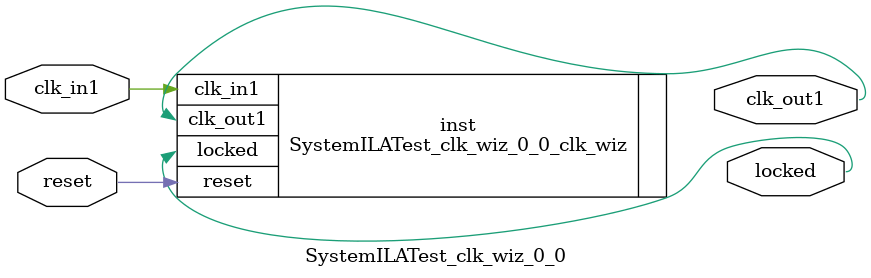
<source format=v>


`timescale 1ps/1ps

(* CORE_GENERATION_INFO = "SystemILATest_clk_wiz_0_0,clk_wiz_v6_0_1_0_0,{component_name=SystemILATest_clk_wiz_0_0,use_phase_alignment=true,use_min_o_jitter=false,use_max_i_jitter=false,use_dyn_phase_shift=false,use_inclk_switchover=false,use_dyn_reconfig=false,enable_axi=0,feedback_source=FDBK_AUTO,PRIMITIVE=MMCM,num_out_clk=1,clkin1_period=8.000,clkin2_period=10.0,use_power_down=false,use_reset=true,use_locked=true,use_inclk_stopped=false,feedback_type=SINGLE,CLOCK_MGR_TYPE=NA,manual_override=false}" *)

module SystemILATest_clk_wiz_0_0 
 (
  // Clock out ports
  output        clk_out1,
  // Status and control signals
  input         reset,
  output        locked,
 // Clock in ports
  input         clk_in1
 );

  SystemILATest_clk_wiz_0_0_clk_wiz inst
  (
  // Clock out ports  
  .clk_out1(clk_out1),
  // Status and control signals               
  .reset(reset), 
  .locked(locked),
 // Clock in ports
  .clk_in1(clk_in1)
  );

endmodule

</source>
